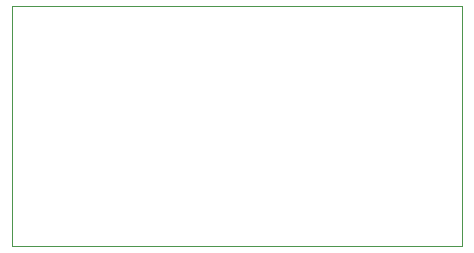
<source format=gbr>
%TF.GenerationSoftware,KiCad,Pcbnew,(6.0.4)*%
%TF.CreationDate,2022-04-19T13:15:10+02:00*%
%TF.ProjectId,light_gate,6c696768-745f-4676-9174-652e6b696361,rev?*%
%TF.SameCoordinates,Original*%
%TF.FileFunction,Profile,NP*%
%FSLAX46Y46*%
G04 Gerber Fmt 4.6, Leading zero omitted, Abs format (unit mm)*
G04 Created by KiCad (PCBNEW (6.0.4)) date 2022-04-19 13:15:10*
%MOMM*%
%LPD*%
G01*
G04 APERTURE LIST*
%TA.AperFunction,Profile*%
%ADD10C,0.100000*%
%TD*%
G04 APERTURE END LIST*
D10*
X152400000Y-111760000D02*
X152400000Y-91440000D01*
X152400000Y-91440000D02*
X114300000Y-91440000D01*
X114300000Y-91440000D02*
X114300000Y-111760000D01*
X114300000Y-111760000D02*
X152400000Y-111760000D01*
M02*

</source>
